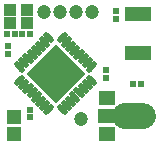
<source format=gts>
G04 ---------------------------- Layer name :TOP SOLDER LAYER*
G04 EasyEDA v5.8.22, Tue, 04 Dec 2018 17:39:39 GMT*
G04 4fbf827f123344ad86e77e575569ff78*
G04 Gerber Generator version 0.2*
G04 Scale: 100 percent, Rotated: No, Reflected: No *
G04 Dimensions in millimeters *
G04 leading zeros omitted , absolute positions ,3 integer and 3 decimal *
%FSLAX33Y33*%
%MOMM*%
G90*
G71D02*

%ADD33C,0.483210*%
%ADD34C,2.203196*%
%ADD35C,1.203198*%
%ADD36R,0.609600X0.553720*%
%ADD38R,1.103198X1.003198*%
%ADD39R,0.553720X0.609600*%
%ADD40R,2.203196X1.203198*%
%ADD41R,2.108200X1.193800*%
%ADD42R,1.397000X1.193800*%
%ADD43R,1.303198X1.203198*%

%LPD*%
G54D33*
G01X1240Y5215D02*
G01X1678Y5653D01*
G01X1593Y4861D02*
G01X2032Y5299D01*
G01X1947Y4507D02*
G01X2386Y4945D01*
G01X2301Y4153D02*
G01X2739Y4592D01*
G01X2653Y3801D02*
G01X3091Y4240D01*
G01X3007Y3447D02*
G01X3445Y3886D01*
G01X3361Y3093D02*
G01X3799Y3532D01*
G01X3715Y2740D02*
G01X4153Y3178D01*
G01X4846Y3178D02*
G01X5284Y2740D01*
G01X5200Y3532D02*
G01X5638Y3093D01*
G01X5554Y3886D02*
G01X5992Y3447D01*
G01X5908Y4240D02*
G01X6346Y3801D01*
G01X6260Y4592D02*
G01X6698Y4153D01*
G01X6613Y4945D02*
G01X7052Y4507D01*
G01X6967Y5299D02*
G01X7406Y4861D01*
G01X7321Y5653D02*
G01X7759Y5215D01*
G01X7321Y6346D02*
G01X7759Y6784D01*
G01X6967Y6700D02*
G01X7406Y7138D01*
G01X6613Y7054D02*
G01X7052Y7492D01*
G01X6260Y7407D02*
G01X6698Y7846D01*
G01X5908Y7759D02*
G01X6346Y8198D01*
G01X5554Y8113D02*
G01X5992Y8552D01*
G01X5200Y8467D02*
G01X5638Y8906D01*
G01X4846Y8821D02*
G01X5284Y9259D01*
G01X3715Y9259D02*
G01X4153Y8821D01*
G01X3361Y8906D02*
G01X3799Y8467D01*
G01X3007Y8552D02*
G01X3445Y8113D01*
G01X2653Y8198D02*
G01X3091Y7759D01*
G01X2301Y7846D02*
G01X2739Y7407D01*
G01X1947Y7492D02*
G01X2386Y7054D01*
G01X1593Y7138D02*
G01X2032Y6700D01*
G01X1240Y6784D02*
G01X1678Y6346D01*
G54D34*
G01X10418Y2374D02*
G01X11918Y2374D01*
G54D35*
G01X3500Y11249D03*
G01X4875Y11249D03*
G01X6247Y11251D03*
G01X7623Y11251D03*
G01X6625Y2124D03*
G54D36*
G01X500Y7669D03*
G01X500Y8330D03*
G36*
G01X2025Y5999D02*
G01X4499Y8474D01*
G01X6974Y5999D01*
G01X4499Y3525D01*
G01X2025Y5999D01*
G37*
G54D38*
G01X683Y10326D03*
G01X2072Y10326D03*
G01X2072Y11419D03*
G01X672Y11422D03*
G54D39*
G01X418Y9376D03*
G01X1078Y9376D03*
G01X1667Y9374D03*
G01X2327Y9374D03*
G54D36*
G01X8750Y6330D03*
G01X8750Y5669D03*
G54D40*
G01X11499Y7745D03*
G01X11499Y11047D03*
G54D36*
G01X9627Y11328D03*
G01X9627Y10668D03*
G54D41*
G01X9136Y2374D03*
G54D42*
G01X8831Y3898D03*
G01X8831Y850D03*
G54D39*
G01X11705Y5124D03*
G01X11044Y5124D03*
G54D36*
G01X2374Y2955D03*
G01X2374Y2294D03*
G54D43*
G01X999Y2325D03*
G01X999Y925D03*
M00*
M02*

</source>
